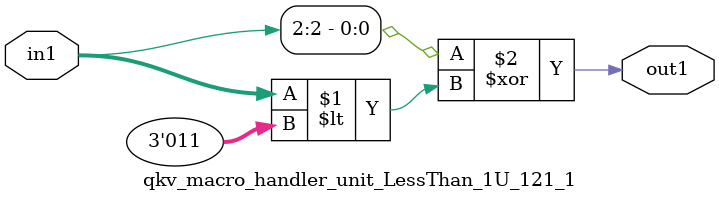
<source format=v>

`timescale 1ps / 1ps


module qkv_macro_handler_unit_LessThan_1U_121_1( in1, out1 );

    input [2:0] in1;
    output out1;

    
    // rtl_process:qkv_macro_handler_unit_LessThan_1U_121_1/qkv_macro_handler_unit_LessThan_1U_121_1_thread_1
    assign out1 = (in1[2] ^ in1 < 3'd3);

endmodule


</source>
